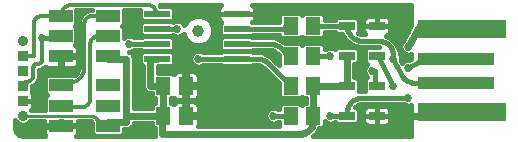
<source format=gtl>
G75*
%MOIN*%
%OFA0B0*%
%FSLAX24Y24*%
%IPPOS*%
%LPD*%
%AMOC8*
5,1,8,0,0,1.08239X$1,22.5*
%
%ADD10R,0.0512X0.0591*%
%ADD11R,0.0531X0.0315*%
%ADD12R,0.0870X0.0240*%
%ADD13R,0.0787X0.0433*%
%ADD14R,0.0350X0.0320*%
%ADD15C,0.0350*%
%ADD16R,0.2953X0.0591*%
%ADD17R,0.2559X0.0394*%
%ADD18C,0.0394*%
%ADD19C,0.0240*%
%ADD20C,0.0150*%
%ADD21C,0.0100*%
%ADD22C,0.0160*%
%ADD23C,0.0120*%
%ADD24C,0.0270*%
%ADD25C,0.0060*%
D10*
X005806Y001542D03*
X006554Y001542D03*
X006554Y002542D03*
X005806Y002542D03*
X010056Y002542D03*
X010804Y002542D03*
X010804Y001542D03*
X010056Y001542D03*
X010056Y003542D03*
X010804Y003542D03*
X010804Y004542D03*
X010056Y004542D03*
D11*
X011930Y004542D03*
X012930Y004542D03*
X012930Y003542D03*
X011930Y003542D03*
X011930Y002542D03*
X012930Y002542D03*
X012930Y001542D03*
X011930Y001542D03*
D12*
X008260Y003442D03*
X008260Y003942D03*
X008260Y004442D03*
X008260Y004942D03*
X005610Y004942D03*
X005610Y004442D03*
X005610Y003942D03*
X005610Y003442D03*
D13*
X003967Y003523D03*
X002393Y003523D03*
X002393Y004192D03*
X003967Y004192D03*
X003967Y004861D03*
X002393Y004861D03*
X002393Y002551D03*
X003967Y002551D03*
X003967Y001882D03*
X002393Y001882D03*
X002393Y001213D03*
X003967Y001213D03*
D14*
X001130Y002042D03*
X001130Y002542D03*
X001130Y003042D03*
X001130Y003542D03*
D15*
X001130Y004042D03*
X001130Y001542D03*
D16*
X015759Y001664D03*
X015759Y004420D03*
D17*
X015562Y003436D03*
X015562Y002648D03*
D18*
X006980Y004380D03*
D19*
X005610Y003442D02*
X005380Y003442D01*
X005380Y002542D01*
X005806Y002542D01*
X005780Y000942D01*
X010304Y000942D01*
X010804Y001342D02*
X010804Y001542D01*
X010804Y002542D01*
X011930Y002542D01*
X011930Y003542D01*
X013980Y003842D02*
X014380Y004580D01*
X005806Y002542D02*
X005806Y001542D01*
X005780Y001542D02*
X004580Y001542D01*
X004580Y001342D01*
X003967Y001342D01*
X004580Y001542D02*
X004580Y003442D01*
X003980Y003442D01*
X005780Y002542D02*
X005806Y002542D01*
X005780Y001542D02*
X005780Y000942D01*
X010304Y000942D02*
X010346Y000939D01*
X010388Y000940D01*
X010429Y000945D01*
X010470Y000954D01*
X010510Y000967D01*
X010548Y000983D01*
X010585Y001003D01*
X010620Y001026D01*
X010653Y001052D01*
X010683Y001081D01*
X010710Y001112D01*
X010735Y001147D01*
X010756Y001183D01*
X010773Y001221D01*
X010787Y001260D01*
X010798Y001301D01*
X010804Y001342D01*
X013780Y001542D02*
X015881Y001580D01*
D20*
X010056Y003542D02*
X009980Y003542D01*
X008380Y003942D02*
X008260Y003942D01*
X010804Y004542D02*
X011930Y004542D01*
X003967Y003523D02*
X003967Y003442D01*
X005780Y001542D02*
X005806Y001542D01*
X003967Y001342D02*
X003967Y001213D01*
D21*
X003967Y001342D02*
X003680Y001342D01*
X003553Y001469D02*
X003532Y001487D01*
X003509Y001504D01*
X003484Y001517D01*
X003459Y001528D01*
X003432Y001536D01*
X003404Y001540D01*
X003376Y001542D01*
X001130Y001542D01*
D22*
X001002Y000914D02*
X001118Y000866D01*
X001180Y000860D01*
X001881Y000860D01*
X001855Y000886D01*
X001831Y000927D01*
X001819Y000973D01*
X001819Y001185D01*
X002364Y001185D01*
X002364Y001241D01*
X001819Y001241D01*
X001819Y001362D01*
X001381Y001362D01*
X001303Y001284D01*
X001191Y001237D01*
X001069Y001237D01*
X000957Y001284D01*
X000871Y001369D01*
X000860Y001397D01*
X000860Y001180D01*
X000866Y001118D01*
X000914Y001002D01*
X001002Y000914D01*
X000919Y000997D02*
X001819Y000997D01*
X001819Y001156D02*
X000862Y001156D01*
X000860Y001314D02*
X000927Y001314D01*
X001333Y001314D02*
X001819Y001314D01*
X001580Y001142D02*
X002393Y001242D01*
X002393Y001213D01*
X002421Y001241D02*
X002421Y001362D01*
X002364Y001362D01*
X002364Y001241D01*
X002421Y001241D01*
X002966Y001241D01*
X002966Y001362D01*
X003376Y001362D01*
X003390Y001361D01*
X003394Y001359D01*
X003444Y001310D01*
X003444Y000943D01*
X003520Y000866D01*
X004415Y000866D01*
X004491Y000943D01*
X004491Y001092D01*
X004630Y001092D01*
X004722Y001130D01*
X004792Y001201D01*
X004830Y001292D01*
X005420Y001292D01*
X005420Y001193D01*
X005496Y001117D01*
X005530Y001117D01*
X005530Y000944D01*
X005529Y000897D01*
X005530Y000895D01*
X005530Y000892D01*
X005543Y000860D01*
X002904Y000860D01*
X002930Y000886D01*
X002954Y000927D01*
X002966Y000973D01*
X002966Y001185D01*
X002421Y001185D01*
X002421Y001241D01*
X002421Y001314D02*
X002364Y001314D01*
X002966Y001314D02*
X003439Y001314D01*
X003180Y001242D02*
X003180Y001213D01*
X002966Y001156D02*
X003444Y001156D01*
X003444Y000997D02*
X002966Y000997D01*
X004491Y000997D02*
X005530Y000997D01*
X005458Y001156D02*
X004747Y001156D01*
X006506Y001590D02*
X006506Y002017D01*
X006274Y002017D01*
X006229Y002005D01*
X006188Y001982D01*
X006154Y001948D01*
X006147Y001936D01*
X006116Y001967D01*
X006056Y001967D01*
X006056Y002117D01*
X006116Y002117D01*
X006147Y002148D01*
X006154Y002136D01*
X006188Y002103D01*
X006229Y002079D01*
X006274Y002067D01*
X006506Y002067D01*
X006506Y002494D01*
X006602Y002494D01*
X006602Y002067D01*
X006834Y002067D01*
X006879Y002079D01*
X006920Y002103D01*
X006954Y002136D01*
X006978Y002177D01*
X006990Y002223D01*
X006990Y002494D01*
X006602Y002494D01*
X006602Y002590D01*
X006990Y002590D01*
X006990Y002861D01*
X006978Y002907D01*
X006954Y002948D01*
X006920Y002982D01*
X006879Y003005D01*
X006834Y003017D01*
X006602Y003017D01*
X006602Y002590D01*
X006506Y002590D01*
X006506Y003017D01*
X006274Y003017D01*
X006229Y003005D01*
X006188Y002982D01*
X006154Y002948D01*
X006147Y002936D01*
X006116Y002967D01*
X005630Y002967D01*
X005630Y003192D01*
X006099Y003192D01*
X006175Y003268D01*
X006175Y003616D01*
X006099Y003692D01*
X005121Y003692D01*
X005045Y003616D01*
X005045Y003268D01*
X005121Y003192D01*
X005130Y003192D01*
X005130Y002492D01*
X005168Y002401D01*
X005238Y002330D01*
X005330Y002292D01*
X005420Y002292D01*
X005420Y002193D01*
X005496Y002117D01*
X005549Y002117D01*
X005547Y001967D01*
X005496Y001967D01*
X005420Y001891D01*
X005420Y001792D01*
X004830Y001792D01*
X004830Y003492D01*
X004792Y003584D01*
X004722Y003654D01*
X004666Y003677D01*
X004733Y003677D01*
X004830Y003718D01*
X004845Y003732D01*
X005081Y003732D01*
X005121Y003692D01*
X006099Y003692D01*
X006175Y003768D01*
X006175Y004116D01*
X006099Y004192D01*
X005121Y004192D01*
X005081Y004152D01*
X004845Y004152D01*
X004830Y004167D01*
X004733Y004207D01*
X004627Y004207D01*
X004530Y004167D01*
X004491Y004128D01*
X004491Y004463D01*
X004427Y004527D01*
X004491Y004591D01*
X004491Y005052D01*
X005045Y005052D01*
X005045Y004768D01*
X005121Y004692D01*
X005045Y004616D01*
X005045Y004268D01*
X005121Y004192D01*
X006099Y004192D01*
X006127Y004220D01*
X006130Y004218D01*
X006227Y004177D01*
X006333Y004177D01*
X006430Y004218D01*
X006490Y004277D01*
X006491Y004259D01*
X006499Y004252D01*
X006500Y004250D01*
X006496Y004240D01*
X006511Y004209D01*
X006520Y004176D01*
X006529Y004171D01*
X006530Y004169D01*
X006528Y004159D01*
X006548Y004130D01*
X006562Y004099D01*
X006572Y004096D01*
X006573Y004094D01*
X006573Y004083D01*
X006598Y004059D01*
X006617Y004031D01*
X006628Y004029D01*
X006629Y004028D01*
X006631Y004017D01*
X006659Y003998D01*
X006683Y003973D01*
X006694Y003973D01*
X006696Y003972D01*
X006699Y003962D01*
X006730Y003948D01*
X006759Y003928D01*
X006769Y003930D01*
X006771Y003929D01*
X006776Y003920D01*
X006809Y003911D01*
X006840Y003896D01*
X006850Y003900D01*
X006852Y003899D01*
X006859Y003891D01*
X006893Y003888D01*
X006926Y003880D01*
X006935Y003885D01*
X006938Y003885D01*
X006946Y003878D01*
X006980Y003881D01*
X007014Y003878D01*
X007022Y003885D01*
X007025Y003885D01*
X007034Y003880D01*
X007067Y003888D01*
X007101Y003891D01*
X007108Y003899D01*
X007110Y003900D01*
X007120Y003896D01*
X007151Y003911D01*
X007184Y003920D01*
X007189Y003929D01*
X007191Y003930D01*
X007201Y003928D01*
X007230Y003948D01*
X007261Y003962D01*
X007264Y003972D01*
X007266Y003973D01*
X007277Y003973D01*
X007301Y003998D01*
X007329Y004017D01*
X007331Y004028D01*
X007332Y004029D01*
X007343Y004031D01*
X007362Y004059D01*
X007387Y004083D01*
X007387Y004094D01*
X007388Y004096D01*
X007398Y004099D01*
X007412Y004130D01*
X007432Y004159D01*
X007430Y004169D01*
X007431Y004171D01*
X007440Y004176D01*
X007449Y004209D01*
X007464Y004240D01*
X007460Y004250D01*
X007461Y004252D01*
X007469Y004259D01*
X007472Y004293D01*
X007480Y004326D01*
X007695Y004326D01*
X007695Y004268D02*
X007771Y004192D01*
X007695Y004116D01*
X007695Y003768D01*
X007771Y003692D01*
X007731Y003652D01*
X007145Y003652D01*
X007130Y003667D01*
X007033Y003707D01*
X006927Y003707D01*
X006830Y003667D01*
X006755Y003592D01*
X006715Y003495D01*
X006715Y003389D01*
X006755Y003292D01*
X006830Y003218D01*
X006927Y003177D01*
X007033Y003177D01*
X007130Y003218D01*
X007145Y003232D01*
X007731Y003232D01*
X007771Y003192D01*
X008749Y003192D01*
X008789Y003232D01*
X008949Y003232D01*
X009005Y003227D01*
X009110Y003183D01*
X009154Y003147D01*
X009180Y003122D01*
X009215Y003086D01*
X009670Y002631D01*
X009670Y002193D01*
X009746Y002117D01*
X010366Y002117D01*
X010430Y002181D01*
X010494Y002117D01*
X010554Y002117D01*
X010554Y001967D01*
X010494Y001967D01*
X010430Y001903D01*
X010366Y001967D01*
X009746Y001967D01*
X009670Y001891D01*
X009670Y001752D01*
X009645Y001752D01*
X009630Y001767D01*
X009533Y001807D01*
X009427Y001807D01*
X009330Y001767D01*
X009255Y001692D01*
X009215Y001595D01*
X009215Y001489D01*
X009255Y001392D01*
X009330Y001318D01*
X009427Y001277D01*
X009533Y001277D01*
X009630Y001318D01*
X009645Y001332D01*
X009670Y001332D01*
X009670Y001193D01*
X009671Y001192D01*
X006982Y001192D01*
X006990Y001223D01*
X006990Y001494D01*
X006602Y001494D01*
X006602Y001590D01*
X006990Y001590D01*
X006990Y001861D01*
X006978Y001907D01*
X006954Y001948D01*
X006920Y001982D01*
X006879Y002005D01*
X006834Y002017D01*
X006602Y002017D01*
X006602Y001590D01*
X006506Y001590D01*
X006506Y001631D02*
X006602Y001631D01*
X006554Y001542D02*
X007280Y001542D01*
X006990Y001473D02*
X009222Y001473D01*
X009480Y001542D02*
X010056Y001542D01*
X009670Y001314D02*
X009622Y001314D01*
X009338Y001314D02*
X006990Y001314D01*
X007280Y001542D02*
X007306Y001540D01*
X007332Y001535D01*
X007357Y001527D01*
X007380Y001515D01*
X007402Y001501D01*
X007421Y001483D01*
X007439Y001464D01*
X007453Y001442D01*
X007465Y001419D01*
X007473Y001394D01*
X007478Y001368D01*
X007480Y001342D01*
X006990Y001631D02*
X009230Y001631D01*
X009385Y001790D02*
X006990Y001790D01*
X006954Y001948D02*
X009727Y001948D01*
X009670Y001790D02*
X009575Y001790D01*
X010385Y001948D02*
X010475Y001948D01*
X010554Y002107D02*
X006924Y002107D01*
X006602Y002107D02*
X006506Y002107D01*
X006184Y002107D02*
X006056Y002107D01*
X006135Y001948D02*
X006154Y001948D01*
X006506Y001948D02*
X006602Y001948D01*
X006602Y001790D02*
X006506Y001790D01*
X005549Y002107D02*
X004830Y002107D01*
X004830Y002265D02*
X005420Y002265D01*
X005159Y002424D02*
X004830Y002424D01*
X004830Y002582D02*
X005130Y002582D01*
X005130Y002741D02*
X004830Y002741D01*
X004830Y002899D02*
X005130Y002899D01*
X005130Y003058D02*
X004830Y003058D01*
X004830Y003216D02*
X005097Y003216D01*
X005630Y003058D02*
X009244Y003058D01*
X009031Y003216D02*
X008773Y003216D01*
X009302Y003296D02*
X010056Y002542D01*
X009670Y002582D02*
X006602Y002582D01*
X006602Y002741D02*
X006506Y002741D01*
X006506Y002899D02*
X006602Y002899D01*
X006980Y002899D02*
X009402Y002899D01*
X009303Y003296D02*
X009270Y003325D01*
X009236Y003352D01*
X009199Y003375D01*
X009160Y003395D01*
X009120Y003412D01*
X009078Y003425D01*
X009036Y003434D01*
X008993Y003440D01*
X008949Y003442D01*
X008260Y003442D01*
X006980Y003442D01*
X006731Y003533D02*
X006175Y003533D01*
X006100Y003692D02*
X006889Y003692D01*
X007071Y003692D02*
X007770Y003692D01*
X007771Y003692D02*
X008749Y003692D01*
X008789Y003652D01*
X009090Y003652D01*
X009351Y003544D01*
X009351Y003544D01*
X009389Y003506D01*
X009476Y003420D01*
X009512Y003383D01*
X009670Y003225D01*
X009670Y003555D01*
X009639Y003586D01*
X009619Y003606D01*
X009578Y003647D01*
X009534Y003683D01*
X009429Y003727D01*
X009373Y003732D01*
X008789Y003732D01*
X008749Y003692D01*
X007771Y003692D01*
X007695Y003850D02*
X006175Y003850D01*
X006175Y004009D02*
X006644Y004009D01*
X006530Y004167D02*
X006124Y004167D01*
X005610Y003942D02*
X004680Y003942D01*
X004530Y004167D02*
X004491Y004167D01*
X004830Y004167D02*
X005096Y004167D01*
X005045Y004326D02*
X004491Y004326D01*
X004470Y004484D02*
X005045Y004484D01*
X005071Y004643D02*
X004491Y004643D01*
X004491Y004801D02*
X005045Y004801D01*
X005121Y004692D02*
X006099Y004692D01*
X006127Y004664D01*
X006130Y004667D01*
X006227Y004707D01*
X006333Y004707D01*
X006430Y004667D01*
X006505Y004592D01*
X006515Y004567D01*
X006520Y004584D01*
X006529Y004589D01*
X006530Y004591D01*
X006528Y004601D01*
X006548Y004630D01*
X006562Y004661D01*
X006572Y004664D01*
X006573Y004666D01*
X006573Y004677D01*
X006598Y004701D01*
X006617Y004729D01*
X006628Y004731D01*
X006629Y004732D01*
X006631Y004743D01*
X006659Y004762D01*
X006683Y004787D01*
X006694Y004787D01*
X006696Y004788D01*
X006699Y004798D01*
X006730Y004812D01*
X006759Y004832D01*
X006769Y004830D01*
X006771Y004831D01*
X006776Y004840D01*
X006809Y004849D01*
X006840Y004864D01*
X006850Y004860D01*
X006852Y004861D01*
X006859Y004869D01*
X006893Y004872D01*
X006926Y004880D01*
X006935Y004875D01*
X006938Y004875D01*
X006946Y004882D01*
X006980Y004879D01*
X007014Y004882D01*
X007022Y004875D01*
X007025Y004875D01*
X007034Y004880D01*
X007067Y004872D01*
X007101Y004869D01*
X007108Y004861D01*
X007110Y004860D01*
X007120Y004864D01*
X007151Y004849D01*
X007184Y004840D01*
X007189Y004831D01*
X007191Y004830D01*
X007201Y004832D01*
X007230Y004812D01*
X007261Y004798D01*
X007264Y004788D01*
X007266Y004787D01*
X007277Y004787D01*
X007301Y004762D01*
X007329Y004743D01*
X007331Y004732D01*
X007332Y004731D01*
X007343Y004729D01*
X007362Y004701D01*
X007387Y004677D01*
X007387Y004666D01*
X007388Y004664D01*
X007398Y004661D01*
X007412Y004630D01*
X007432Y004601D01*
X007430Y004591D01*
X007431Y004589D01*
X007440Y004584D01*
X007449Y004551D01*
X007464Y004520D01*
X007460Y004510D01*
X007461Y004508D01*
X007469Y004501D01*
X007472Y004467D01*
X007480Y004434D01*
X007475Y004425D01*
X007475Y004422D01*
X007482Y004414D01*
X007479Y004380D01*
X007482Y004346D01*
X007475Y004338D01*
X007475Y004335D01*
X007480Y004326D01*
X007695Y004268D02*
X007695Y004616D01*
X007742Y004663D01*
X007714Y004678D01*
X007681Y004712D01*
X007657Y004753D01*
X007645Y004799D01*
X007645Y004942D01*
X008260Y004942D01*
X008260Y004942D01*
X008260Y004942D01*
X008875Y004942D01*
X008875Y004799D01*
X008863Y004753D01*
X008839Y004712D01*
X008806Y004678D01*
X008778Y004663D01*
X008789Y004652D01*
X009670Y004652D01*
X009670Y004891D01*
X009746Y004967D01*
X010366Y004967D01*
X010430Y004903D01*
X010494Y004967D01*
X011114Y004967D01*
X011190Y004891D01*
X011190Y004747D01*
X011534Y004747D01*
X011534Y004754D01*
X011610Y004830D01*
X012250Y004830D01*
X012326Y004754D01*
X012326Y004331D01*
X012287Y004293D01*
X012379Y004257D01*
X012432Y004252D01*
X012542Y004252D01*
X012520Y004274D01*
X012497Y004315D01*
X012484Y004361D01*
X012484Y004542D01*
X012930Y004542D01*
X012930Y004542D01*
X012930Y004542D01*
X013376Y004542D01*
X013376Y004361D01*
X013363Y004315D01*
X013340Y004274D01*
X013306Y004241D01*
X013265Y004217D01*
X013229Y004207D01*
X013382Y004144D01*
X013382Y004144D01*
X013582Y003944D01*
X013582Y003944D01*
X013690Y003683D01*
X013690Y003607D01*
X013705Y003592D01*
X013745Y003495D01*
X013745Y003389D01*
X013743Y003385D01*
X013778Y003315D01*
X013830Y003367D01*
X013927Y003407D01*
X014015Y003407D01*
X014080Y003446D01*
X014080Y003597D01*
X014033Y003577D01*
X013927Y003577D01*
X013830Y003618D01*
X013755Y003692D01*
X013715Y003789D01*
X013715Y003895D01*
X013755Y003992D01*
X013803Y004040D01*
X014080Y004551D01*
X014080Y005224D01*
X008774Y005224D01*
X008806Y005206D01*
X008839Y005173D01*
X008863Y005132D01*
X008875Y005086D01*
X008875Y004942D01*
X008260Y004942D01*
X007645Y004942D01*
X007645Y005086D01*
X007657Y005132D01*
X007681Y005173D01*
X007714Y005206D01*
X007746Y005224D01*
X005691Y005224D01*
X005695Y005220D01*
X005695Y005220D01*
X005707Y005192D01*
X006099Y005192D01*
X006175Y005116D01*
X006175Y004768D01*
X006099Y004692D01*
X005121Y004692D01*
X005610Y004442D02*
X006280Y004442D01*
X006454Y004643D02*
X006554Y004643D01*
X006706Y004801D02*
X006175Y004801D01*
X006175Y004960D02*
X007645Y004960D01*
X007654Y005118D02*
X006173Y005118D01*
X007254Y004801D02*
X007645Y004801D01*
X007721Y004643D02*
X007406Y004643D01*
X007470Y004484D02*
X007695Y004484D01*
X008260Y004442D02*
X009880Y004442D01*
X009880Y004542D01*
X010056Y004542D01*
X010080Y004542D01*
X009670Y004801D02*
X008875Y004801D01*
X008875Y004960D02*
X009738Y004960D01*
X010374Y004960D02*
X010486Y004960D01*
X011122Y004960D02*
X014080Y004960D01*
X014080Y005118D02*
X008866Y005118D01*
X011190Y004801D02*
X011582Y004801D01*
X011930Y004542D02*
X011935Y004492D01*
X012326Y004484D02*
X012484Y004484D01*
X012484Y004542D02*
X012930Y004542D01*
X013480Y004542D01*
X013376Y004542D02*
X013376Y004723D01*
X013363Y004769D01*
X013340Y004810D01*
X013306Y004844D01*
X013265Y004867D01*
X013219Y004880D01*
X012930Y004880D01*
X012641Y004880D01*
X012595Y004867D01*
X012554Y004844D01*
X012520Y004810D01*
X012497Y004769D01*
X012484Y004723D01*
X012484Y004542D01*
X012432Y004042D02*
X012389Y004044D01*
X012346Y004049D01*
X012304Y004059D01*
X012262Y004072D01*
X012222Y004088D01*
X012184Y004108D01*
X012147Y004131D01*
X012113Y004157D01*
X012081Y004186D01*
X012051Y004218D01*
X012025Y004252D01*
X012001Y004288D01*
X011981Y004326D01*
X011964Y004366D01*
X011950Y004407D01*
X011941Y004449D01*
X011934Y004492D01*
X012326Y004643D02*
X012484Y004643D01*
X012930Y004643D02*
X012930Y004643D01*
X012930Y004542D02*
X012930Y004880D01*
X012930Y004542D01*
X013376Y004542D01*
X013376Y004484D02*
X014044Y004484D01*
X014080Y004643D02*
X013376Y004643D01*
X013345Y004801D02*
X014080Y004801D01*
X014380Y004580D02*
X015680Y004580D01*
X015759Y004420D01*
X013958Y004326D02*
X013366Y004326D01*
X013327Y004167D02*
X013872Y004167D01*
X013772Y004009D02*
X013518Y004009D01*
X013621Y003850D02*
X013715Y003850D01*
X013687Y003692D02*
X013756Y003692D01*
X013729Y003533D02*
X014080Y003533D01*
X013848Y003375D02*
X013749Y003375D01*
X013480Y003442D02*
X013742Y002919D01*
X013980Y003142D02*
X014380Y003380D01*
X015562Y003436D01*
X015562Y002648D02*
X015511Y002632D01*
X015460Y002620D01*
X015408Y002610D01*
X015356Y002605D01*
X015304Y002602D01*
X015251Y002603D01*
X015198Y002607D01*
X015146Y002615D01*
X015095Y002627D01*
X015044Y002641D01*
X014995Y002659D01*
X014946Y002680D01*
X014947Y002680D02*
X014189Y002642D01*
X013480Y002542D02*
X012980Y003542D01*
X013480Y003542D02*
X013478Y003586D01*
X013472Y003629D01*
X013463Y003671D01*
X013450Y003713D01*
X013433Y003753D01*
X013413Y003792D01*
X013390Y003829D01*
X013363Y003863D01*
X013334Y003896D01*
X013301Y003925D01*
X013267Y003952D01*
X013230Y003975D01*
X013191Y003995D01*
X013151Y004012D01*
X013109Y004025D01*
X013067Y004034D01*
X013024Y004040D01*
X012980Y004042D01*
X012432Y004042D01*
X012300Y003832D02*
X012054Y003927D01*
X012054Y003927D01*
X011858Y004104D01*
X011858Y004104D01*
X011782Y004255D01*
X011610Y004255D01*
X011534Y004331D01*
X011534Y004337D01*
X011190Y004337D01*
X011190Y004193D01*
X011114Y004117D01*
X010494Y004117D01*
X010430Y004181D01*
X010366Y004117D01*
X009746Y004117D01*
X009670Y004193D01*
X009670Y004232D01*
X008789Y004232D01*
X008749Y004192D01*
X007771Y004192D01*
X008749Y004192D01*
X008789Y004152D01*
X009514Y004152D01*
X009775Y004044D01*
X009775Y004044D01*
X009813Y004006D01*
X009852Y003967D01*
X010366Y003967D01*
X010430Y003903D01*
X010494Y003967D01*
X011114Y003967D01*
X011190Y003891D01*
X011190Y003752D01*
X011215Y003752D01*
X011230Y003767D01*
X011327Y003807D01*
X011433Y003807D01*
X011530Y003767D01*
X011539Y003758D01*
X011610Y003830D01*
X012250Y003830D01*
X012326Y003754D01*
X012326Y003331D01*
X012250Y003255D01*
X012180Y003255D01*
X012180Y002830D01*
X012250Y002830D01*
X012326Y002754D01*
X012326Y002352D01*
X012534Y002352D01*
X012534Y002754D01*
X012610Y002830D01*
X012618Y002830D01*
X012555Y002892D01*
X012515Y002989D01*
X012515Y003095D01*
X012555Y003192D01*
X012618Y003255D01*
X012610Y003255D01*
X012534Y003331D01*
X012534Y003754D01*
X012610Y003830D01*
X013006Y003830D01*
X012980Y003832D01*
X012300Y003832D01*
X012254Y003850D02*
X011190Y003850D01*
X011964Y004009D02*
X009811Y004009D01*
X009696Y004167D02*
X008774Y004167D01*
X008260Y003942D02*
X009373Y003942D01*
X009726Y003796D02*
X009980Y003542D01*
X009670Y003533D02*
X009362Y003533D01*
X009373Y003942D02*
X009417Y003940D01*
X009460Y003934D01*
X009502Y003925D01*
X009544Y003912D01*
X009584Y003895D01*
X009623Y003875D01*
X009660Y003852D01*
X009694Y003825D01*
X009727Y003796D01*
X009514Y003692D02*
X008750Y003692D01*
X009521Y003375D02*
X009670Y003375D01*
X010804Y003542D02*
X011380Y003542D01*
X012326Y003533D02*
X012534Y003533D01*
X012534Y003692D02*
X012326Y003692D01*
X012930Y003542D02*
X012980Y003542D01*
X012534Y003375D02*
X012326Y003375D01*
X012180Y003216D02*
X012579Y003216D01*
X012515Y003058D02*
X012180Y003058D01*
X012180Y002899D02*
X012552Y002899D01*
X012534Y002741D02*
X012326Y002741D01*
X012326Y002582D02*
X012534Y002582D01*
X012880Y002542D02*
X012930Y002542D01*
X012880Y002542D02*
X012880Y003042D01*
X012780Y003042D01*
X013480Y003442D02*
X013480Y003542D01*
X013742Y002918D02*
X013762Y002881D01*
X013786Y002846D01*
X013813Y002813D01*
X013842Y002782D01*
X013874Y002754D01*
X013908Y002728D01*
X013944Y002706D01*
X013982Y002687D01*
X014022Y002671D01*
X014063Y002658D01*
X014104Y002649D01*
X014146Y002644D01*
X014189Y002642D01*
X013980Y002142D02*
X012430Y002142D01*
X012430Y001932D02*
X012373Y001927D01*
X012269Y001883D01*
X012215Y001830D01*
X012250Y001830D01*
X012326Y001754D01*
X012326Y001331D01*
X012250Y001255D01*
X011610Y001255D01*
X011539Y001326D01*
X011530Y001318D01*
X011433Y001277D01*
X011327Y001277D01*
X011230Y001318D01*
X011190Y001358D01*
X011190Y001193D01*
X011114Y001117D01*
X011005Y001117D01*
X010902Y000931D01*
X010902Y000931D01*
X010902Y000931D01*
X010814Y000860D01*
X014080Y000860D01*
X014080Y001897D01*
X014033Y001877D01*
X013927Y001877D01*
X013830Y001918D01*
X013815Y001932D01*
X012430Y001932D01*
X012554Y001844D02*
X012595Y001867D01*
X012641Y001880D01*
X012930Y001880D01*
X013219Y001880D01*
X013265Y001867D01*
X013306Y001844D01*
X013340Y001810D01*
X013363Y001769D01*
X013376Y001723D01*
X013376Y001542D01*
X012930Y001542D01*
X012930Y001205D01*
X013219Y001205D01*
X013265Y001217D01*
X013306Y001241D01*
X013340Y001274D01*
X013363Y001315D01*
X013376Y001361D01*
X013376Y001542D01*
X012930Y001542D01*
X012930Y001542D01*
X012930Y001205D01*
X012641Y001205D01*
X012595Y001217D01*
X012554Y001241D01*
X012520Y001274D01*
X012497Y001315D01*
X012484Y001361D01*
X012484Y001542D01*
X012930Y001542D01*
X012930Y001542D01*
X012930Y001542D01*
X013780Y001542D01*
X013780Y000942D01*
X014080Y000997D02*
X010939Y000997D01*
X011152Y001156D02*
X014080Y001156D01*
X014080Y001314D02*
X013363Y001314D01*
X013376Y001473D02*
X014080Y001473D01*
X014080Y001631D02*
X013376Y001631D01*
X013352Y001790D02*
X014080Y001790D01*
X012930Y001790D02*
X012930Y001790D01*
X012930Y001880D02*
X012930Y001542D01*
X012484Y001542D01*
X012484Y001723D01*
X012497Y001769D01*
X012520Y001810D01*
X012554Y001844D01*
X012508Y001790D02*
X012290Y001790D01*
X012326Y001631D02*
X012484Y001631D01*
X012430Y002142D02*
X012386Y002140D01*
X012343Y002134D01*
X012301Y002125D01*
X012259Y002112D01*
X012219Y002095D01*
X012180Y002075D01*
X012143Y002052D01*
X012109Y002025D01*
X012076Y001996D01*
X012047Y001963D01*
X012020Y001929D01*
X011997Y001892D01*
X011977Y001853D01*
X011960Y001813D01*
X011947Y001771D01*
X011938Y001729D01*
X011932Y001686D01*
X011930Y001642D01*
X011930Y001542D01*
X011380Y001542D01*
X011522Y001314D02*
X011551Y001314D01*
X011238Y001314D02*
X011190Y001314D01*
X012309Y001314D02*
X012497Y001314D01*
X012484Y001473D02*
X012326Y001473D01*
X012930Y001473D02*
X012930Y001473D01*
X012930Y001542D02*
X012930Y001542D01*
X012930Y001880D01*
X012930Y001631D02*
X012930Y001631D01*
X012930Y001314D02*
X012930Y001314D01*
X015759Y001664D02*
X015881Y001580D01*
X012534Y002424D02*
X012326Y002424D01*
X009670Y002424D02*
X006990Y002424D01*
X006990Y002265D02*
X009670Y002265D01*
X009561Y002741D02*
X006990Y002741D01*
X006602Y002424D02*
X006506Y002424D01*
X006506Y002265D02*
X006602Y002265D01*
X005477Y001948D02*
X004830Y001948D01*
X001933Y002217D02*
X001869Y002153D01*
X001869Y001722D01*
X001388Y001722D01*
X001416Y001738D01*
X001449Y001772D01*
X001473Y001813D01*
X001485Y001859D01*
X001485Y002042D01*
X001130Y002042D01*
X001130Y002042D01*
X001580Y002042D01*
X001485Y002042D02*
X001485Y002226D01*
X001473Y002272D01*
X001449Y002313D01*
X001434Y002328D01*
X001435Y002328D01*
X001435Y002524D01*
X001562Y002598D01*
X001670Y002784D01*
X001670Y003077D01*
X001703Y003077D01*
X001872Y003175D01*
X001872Y003175D01*
X001873Y003177D01*
X001888Y003162D01*
X001929Y003139D01*
X001975Y003126D01*
X002364Y003126D01*
X002364Y003495D01*
X002421Y003495D01*
X002421Y003551D01*
X002966Y003551D01*
X002966Y003763D01*
X002954Y003809D01*
X002930Y003850D01*
X002990Y003850D01*
X002930Y003850D02*
X002897Y003883D01*
X002885Y003890D01*
X002916Y003922D01*
X002916Y004463D01*
X002852Y004527D01*
X002916Y004591D01*
X002916Y005052D01*
X003444Y005052D01*
X003444Y005051D01*
X003312Y005051D01*
X003108Y004934D01*
X003108Y004934D01*
X003108Y004934D01*
X002990Y004729D01*
X002990Y003142D01*
X002984Y003082D01*
X002938Y002970D01*
X002853Y002885D01*
X002840Y002898D01*
X001945Y002898D01*
X001869Y002822D01*
X001869Y002281D01*
X001933Y002217D01*
X001885Y002265D02*
X001475Y002265D01*
X001435Y002424D02*
X001869Y002424D01*
X001869Y002582D02*
X001535Y002582D01*
X001562Y002598D02*
X001562Y002598D01*
X001562Y002598D01*
X001645Y002741D02*
X001869Y002741D01*
X001670Y002899D02*
X002867Y002899D01*
X002974Y003058D02*
X001670Y003058D01*
X001872Y003175D02*
X001872Y003175D01*
X002364Y003216D02*
X002421Y003216D01*
X002421Y003126D02*
X002810Y003126D01*
X002856Y003139D01*
X002897Y003162D01*
X002930Y003196D01*
X002954Y003237D01*
X002966Y003283D01*
X002966Y003495D01*
X002421Y003495D01*
X002421Y003126D01*
X002942Y003216D02*
X002990Y003216D01*
X002990Y003375D02*
X002966Y003375D01*
X002990Y003533D02*
X002421Y003533D01*
X002421Y003375D02*
X002364Y003375D01*
X002966Y003692D02*
X002990Y003692D01*
X002990Y004009D02*
X002916Y004009D01*
X002916Y004167D02*
X002990Y004167D01*
X002990Y004326D02*
X002916Y004326D01*
X002895Y004484D02*
X002990Y004484D01*
X002990Y004643D02*
X002916Y004643D01*
X002916Y004801D02*
X003031Y004801D01*
X002916Y004960D02*
X003153Y004960D01*
X004491Y004960D02*
X005045Y004960D01*
X007430Y004167D02*
X007746Y004167D01*
X007695Y004009D02*
X007316Y004009D01*
X006721Y003375D02*
X006175Y003375D01*
X006123Y003216D02*
X006834Y003216D01*
X007126Y003216D02*
X007747Y003216D01*
X005120Y003692D02*
X004767Y003692D01*
X004813Y003533D02*
X005045Y003533D01*
X005045Y003375D02*
X004830Y003375D01*
X003980Y003442D02*
X003967Y003442D01*
X002343Y004142D02*
X001780Y004142D01*
X002343Y004142D02*
X002356Y004144D01*
X002368Y004149D01*
X002378Y004157D01*
X002386Y004167D01*
X002391Y004179D01*
X002393Y004192D01*
X001180Y002542D02*
X001130Y002542D01*
X001485Y002107D02*
X001869Y002107D01*
X001485Y002042D02*
X001130Y002042D01*
X001485Y001948D02*
X001869Y001948D01*
X001869Y001790D02*
X001459Y001790D01*
X010416Y004167D02*
X010444Y004167D01*
X011164Y004167D02*
X011827Y004167D01*
X011540Y004326D02*
X011190Y004326D01*
X012320Y004326D02*
X012494Y004326D01*
X012930Y004542D02*
X012930Y004542D01*
X012930Y004801D02*
X012930Y004801D01*
X012515Y004801D02*
X012278Y004801D01*
D23*
X005610Y004942D02*
X005580Y004942D01*
X005578Y004976D01*
X005572Y005009D01*
X005563Y005041D01*
X005550Y005072D01*
X005534Y005102D01*
X005515Y005129D01*
X005492Y005154D01*
X005467Y005177D01*
X005440Y005196D01*
X005410Y005212D01*
X005379Y005225D01*
X005347Y005234D01*
X005314Y005240D01*
X005280Y005242D01*
X002773Y005242D01*
X002736Y005240D01*
X002699Y005235D01*
X002662Y005226D01*
X002627Y005213D01*
X002593Y005197D01*
X002561Y005178D01*
X002531Y005156D01*
X002504Y005130D01*
X002478Y005103D01*
X002456Y005073D01*
X002437Y005041D01*
X002421Y005007D01*
X002408Y004972D01*
X002399Y004935D01*
X002394Y004898D01*
X002392Y004861D01*
X002393Y004861D02*
X001750Y004861D01*
X001720Y004859D01*
X001690Y004854D01*
X001661Y004845D01*
X001634Y004832D01*
X001608Y004817D01*
X001584Y004798D01*
X001563Y004777D01*
X001544Y004753D01*
X001529Y004727D01*
X001516Y004700D01*
X001507Y004671D01*
X001502Y004641D01*
X001500Y004611D01*
X001500Y003542D01*
X001130Y003542D01*
X001605Y003267D02*
X001630Y003269D01*
X001654Y003274D01*
X001678Y003283D01*
X001700Y003295D01*
X001720Y003310D01*
X001737Y003327D01*
X001752Y003347D01*
X001764Y003369D01*
X001773Y003393D01*
X001778Y003417D01*
X001780Y003442D01*
X001780Y004142D01*
X003180Y004611D02*
X003180Y003142D01*
X003178Y003098D01*
X003172Y003055D01*
X003163Y003013D01*
X003150Y002971D01*
X003133Y002931D01*
X003113Y002892D01*
X003090Y002855D01*
X003063Y002821D01*
X003034Y002788D01*
X003001Y002759D01*
X002967Y002732D01*
X002930Y002709D01*
X002891Y002689D01*
X002851Y002672D01*
X002809Y002659D01*
X002767Y002650D01*
X002724Y002644D01*
X002680Y002642D01*
X002393Y002642D01*
X002393Y002551D01*
X001480Y002892D02*
X001480Y003142D01*
X001482Y003162D01*
X001486Y003181D01*
X001494Y003199D01*
X001504Y003215D01*
X001517Y003230D01*
X001532Y003243D01*
X001548Y003253D01*
X001566Y003261D01*
X001585Y003265D01*
X001605Y003267D01*
X001480Y002892D02*
X001478Y002864D01*
X001473Y002837D01*
X001464Y002811D01*
X001452Y002786D01*
X001436Y002763D01*
X001418Y002742D01*
X001397Y002724D01*
X001374Y002708D01*
X001349Y002696D01*
X001323Y002687D01*
X001296Y002682D01*
X001268Y002680D01*
X001246Y002678D01*
X001225Y002673D01*
X001205Y002665D01*
X001187Y002654D01*
X001170Y002640D01*
X001156Y002623D01*
X001145Y002605D01*
X001137Y002585D01*
X001132Y002564D01*
X001130Y002542D01*
X003130Y001842D02*
X003160Y001844D01*
X003190Y001849D01*
X003219Y001858D01*
X003246Y001871D01*
X003272Y001886D01*
X003296Y001905D01*
X003317Y001926D01*
X003336Y001950D01*
X003351Y001976D01*
X003364Y002003D01*
X003373Y002032D01*
X003378Y002062D01*
X003380Y002092D01*
X003380Y003942D01*
X003382Y003972D01*
X003387Y004002D01*
X003396Y004031D01*
X003409Y004058D01*
X003424Y004084D01*
X003443Y004108D01*
X003464Y004129D01*
X003488Y004148D01*
X003514Y004163D01*
X003541Y004176D01*
X003570Y004185D01*
X003600Y004190D01*
X003630Y004192D01*
X003967Y004192D01*
X003430Y004861D02*
X003400Y004859D01*
X003370Y004854D01*
X003341Y004845D01*
X003314Y004832D01*
X003288Y004817D01*
X003264Y004798D01*
X003243Y004777D01*
X003224Y004753D01*
X003209Y004727D01*
X003196Y004700D01*
X003187Y004671D01*
X003182Y004641D01*
X003180Y004611D01*
X003430Y004861D02*
X003967Y004861D01*
X002393Y001882D02*
X002393Y001842D01*
X003130Y001842D01*
X003553Y001469D02*
X003680Y001342D01*
D24*
X001580Y001142D03*
X001580Y002042D03*
X001130Y003042D03*
X001780Y004142D03*
X004680Y003942D03*
X006280Y004442D03*
X006980Y003442D03*
X011380Y003542D03*
X012780Y003042D03*
X013480Y003442D03*
X013980Y003142D03*
X013480Y002542D03*
X013980Y002142D03*
X011380Y001542D03*
X009480Y001542D03*
X007480Y001342D03*
X013780Y000942D03*
X013980Y003842D03*
X013480Y004542D03*
D25*
X002420Y001262D02*
X002393Y001213D01*
M02*

</source>
